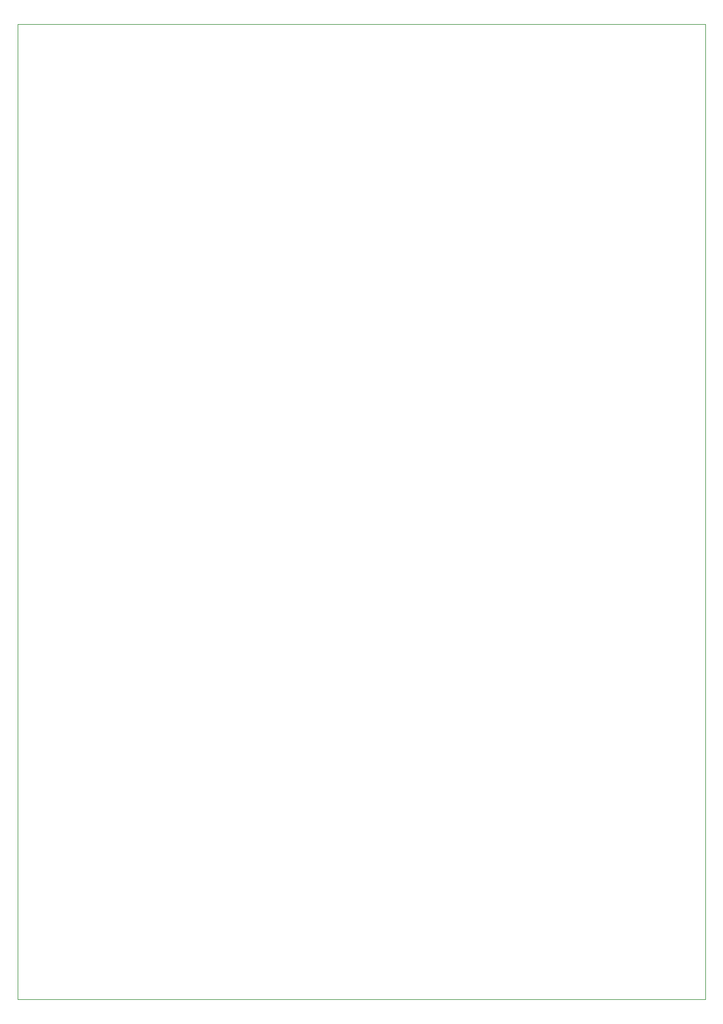
<source format=gbr>
%TF.GenerationSoftware,KiCad,Pcbnew,(5.1.9-0-10_14)*%
%TF.CreationDate,2021-06-04T12:06:49-04:00*%
%TF.ProjectId,CONTROL_LOGIC,434f4e54-524f-44c5-9f4c-4f4749432e6b,rev?*%
%TF.SameCoordinates,Original*%
%TF.FileFunction,Profile,NP*%
%FSLAX46Y46*%
G04 Gerber Fmt 4.6, Leading zero omitted, Abs format (unit mm)*
G04 Created by KiCad (PCBNEW (5.1.9-0-10_14)) date 2021-06-04 12:06:49*
%MOMM*%
%LPD*%
G01*
G04 APERTURE LIST*
%TA.AperFunction,Profile*%
%ADD10C,0.050000*%
%TD*%
G04 APERTURE END LIST*
D10*
X156806400Y-159104600D02*
X156806400Y-158654600D01*
X255756400Y-159104600D02*
X156806400Y-159104600D01*
X255756400Y-158904600D02*
X255756400Y-159104600D01*
X255756400Y-158654600D02*
X255756400Y-158904600D01*
X156806400Y-18904600D02*
X156856400Y-18904600D01*
X156806400Y-158654600D02*
X156806400Y-18904600D01*
X255756400Y-157804600D02*
X255756400Y-158654600D01*
X255756400Y-18904600D02*
X255756400Y-157804600D01*
X156856400Y-18904600D02*
X255756400Y-18904600D01*
M02*

</source>
